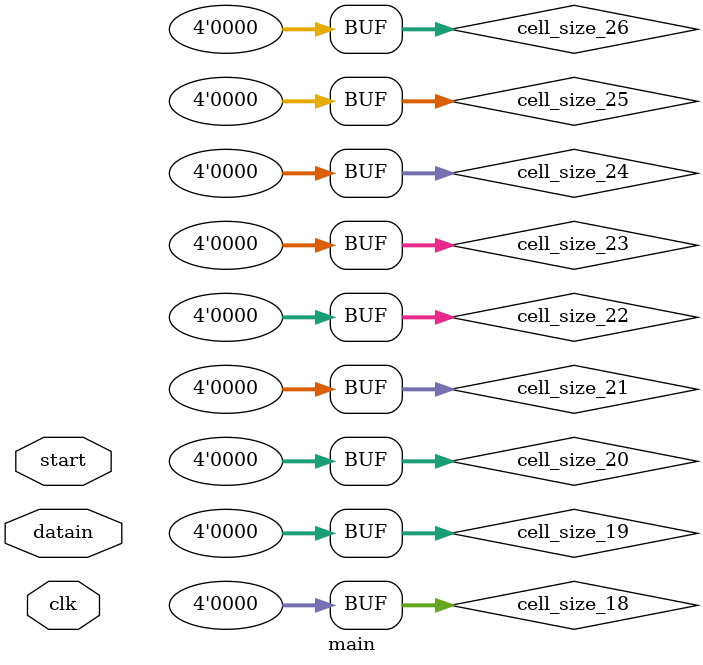
<source format=v>
`timescale 1ns / 1ps
module main
#(parameter WIDHT = 180, //sizes of input picture in pixels
HEIGTH = 350,
CELLS = 1296, 

RAD = 2, //haar radius

TRESHOLD = 52) //theshold for Haar B element to detect points of interest
(
input clk, //signal from clock generator
input [7:0] datain, //data from microcontroller: 8 bits per channel, 3 channels per pixel, no spaces, no parity
input start //signal to synchronise microcontroller and FPGA 
   );
	
	//that was a testing program that flashed led at FPGA board at 1HZ - just to check whether it is alive
	/*
	reg[9:0] counter1 = 10'b0;
	reg drive2 = 1'b0;
	always @(posedge clk) begin
		if(counter1 == 999)begin
			drive2 <= 1;
			counter1 <= 0;
		end
		else begin
			counter1 <= counter1 + 1;
			drive2 <= 0;
		end
	end//always
	
	reg[9:0] counter2 = 10'b0;
	reg drive3 = 1'b0;
	always @(posedge clk) begin
		if(drive2 == 1) begin
			if(counter2 == 999) begin
				drive3 <= 1;
				counter2 <= 0;
			end
			else begin
				counter2 <= counter2 + 1;
				drive3 <= 0;
			end
		end//if
	end//always
	
	reg [5:0] counter3 = 6'b0;
	always @(posedge clk) begin
		if(drive3 == 1) begin
			if(counter3 == 49) begin
				counter3 <= 0;
				led <= !led;
			end
			else counter3 <= counter3 + 1;
		end//if
	end//always
	*/
	
	parameter WAIT = 1'b0;
	parameter ALGORITHM = 1'b1;
	reg state = WAIT;
	
	
	//1-clk-long signal finish
	reg finish1 = 1'b0;
	reg finish2 = 1'b0;
	always @(posedge clk) finish2 <= ~finish1;
	wire finish;
	assign finish = finish1 & finish2;
	
	always @(posedge clk) begin
		case (state)
			WAIT:
				if (start) state <= ALGORITHM;
				else state <= state;
				
			ALGORITHM:
				if (finish) state <= WAIT;
				else state <= state;
				
		endcase
	end//always
	
	//-------INPUT DATA COMPRESSION-------//
	
	//registers to store channels of current pixel incoming:
	reg [7:0] current_R;
	reg [7:0] current_G;
	reg [7:0] current_B;
	
	//register to store median value of channels:
	reg [7:0] saturation = 8'b0;
	
	//counter to remember which channel is at input now:
	reg [1:0] c = 2'b0;
	
	
	//datain is coming as RGBRGBRGBRGB..., therefore, each clk cycle register to store input data should be changed
	//That process is controlled by	[1:0]c counter
	always @(posedge clk) begin
		if(state == ALGORITHM) begin
			if (c==0) begin
				saturation <= (current_R + current_G + current_B)/4;
				current_R <= datain;
				c <= 1;
			end
			else if (c==1) begin
				current_G <= datain;
				c <= 2;
			end
			else if (c==2) begin
				current_B = datain;
				c <= 0;
			end
		end//if
		else c <= 0;
	end//always
	
	//-------DATA SAVING-------//
	
	//two-dimentional arrays for rows of pixels
	reg [7:0] row_1 [0:WIDHT-1]; //due to the very limited capacity of the chip,
	reg [7:0] row_2 [0:WIDHT-1]; //only several rows of incoming picture is being stored.
	reg [7:0] row_3 [0:WIDHT-1]; //While row 1 is being filled with data, previous rows 2-6
	reg [7:0] row_4 [0:WIDHT-1]; //are used in analysing algorithm
	reg [7:0] row_5 [0:WIDHT-1];
	reg [7:0] row_6 [0:WIDHT-1];
	
	reg [9:0] num = 10'b0; //current position in a row (i.e. column) is stored in this register
	reg [9:0] row_cnt = 10'b0;//current number of row
	
	reg h = 1'b0; //signal to start next part of the algorithm (haar wavelet)
	
	always @(posedge clk) begin
		if (c==2) begin //once per 3 clk cycles, i.e. once per pixel
			row_1 [num] <= saturation; //value of current pixel is stored
			if (num == WIDHT-1) begin //when the end of the row is reached, 
											//all stored data shifts (row4 is eliminated, row3 is rewrited to row4, 
											//row2 to row3 and so on), and fresh and empty row1 is ready to store new incoming data
				num <= 0;
				row_cnt <= row_cnt + 1;
				
				//two dimentional arrays can't be directly assigned to each other, so here is a loooong assingment description
				row_6 [0] <= row_5 [0];
				row_6 [1] <= row_5 [1];
				row_6 [2] <= row_5 [2];
				row_6 [3] <= row_5 [3];
				row_6 [4] <= row_5 [4];
				row_6 [5] <= row_5 [5];
				row_6 [6] <= row_5 [6];
				row_6 [7] <= row_5 [7];
				row_6 [8] <= row_5 [8];
				row_6 [9] <= row_5 [9];
				row_6 [10] <= row_5 [10];
				row_6 [11] <= row_5 [11];
				row_6 [12] <= row_5 [12];
				row_6 [13] <= row_5 [13];
				row_6 [14] <= row_5 [14];
				row_6 [15] <= row_5 [15];
				row_6 [16] <= row_5 [16];
				row_6 [17] <= row_5 [17];
				row_6 [18] <= row_5 [18];
				row_6 [19] <= row_5 [19];
				row_6 [20] <= row_5 [20];
				row_6 [21] <= row_5 [21];
				row_6 [22] <= row_5 [22];
				row_6 [23] <= row_5 [23];
				row_6 [24] <= row_5 [24];
				row_6 [25] <= row_5 [25];
				row_6 [26] <= row_5 [26];
				row_6 [27] <= row_5 [27];
				row_6 [28] <= row_5 [28];
				row_6 [29] <= row_5 [29];
				row_6 [30] <= row_5 [30];
				row_6 [31] <= row_5 [31];
				row_6 [32] <= row_5 [32];
				row_6 [33] <= row_5 [33];
				row_6 [34] <= row_5 [34];
				row_6 [35] <= row_5 [35];
				row_6 [36] <= row_5 [36];
				row_6 [37] <= row_5 [37];
				row_6 [38] <= row_5 [38];
				row_6 [39] <= row_5 [39];
				row_6 [40] <= row_5 [40];
				row_6 [41] <= row_5 [41];
				row_6 [42] <= row_5 [42];
				row_6 [43] <= row_5 [43];
				row_6 [44] <= row_5 [44];
				row_6 [45] <= row_5 [45];
				row_6 [46] <= row_5 [46];
				row_6 [47] <= row_5 [47];
				row_6 [48] <= row_5 [48];
				row_6 [49] <= row_5 [49];
				row_6 [50] <= row_5 [50];
				row_6 [51] <= row_5 [51];
				row_6 [52] <= row_5 [52];
				row_6 [53] <= row_5 [53];
				row_6 [54] <= row_5 [54];
				row_6 [55] <= row_5 [55];
				row_6 [56] <= row_5 [56];
				row_6 [57] <= row_5 [57];
				row_6 [58] <= row_5 [58];
				row_6 [59] <= row_5 [59];
				row_6 [60] <= row_5 [60];
				row_6 [61] <= row_5 [61];
				row_6 [62] <= row_5 [62];
				row_6 [63] <= row_5 [63];
				row_6 [64] <= row_5 [64];
				row_6 [65] <= row_5 [65];
				row_6 [66] <= row_5 [66];
				row_6 [67] <= row_5 [67];
				row_6 [68] <= row_5 [68];
				row_6 [69] <= row_5 [69];
				row_6 [70] <= row_5 [70];
				row_6 [71] <= row_5 [71];
				row_6 [72] <= row_5 [72];
				row_6 [73] <= row_5 [73];
				row_6 [74] <= row_5 [74];
				row_6 [75] <= row_5 [75];
				row_6 [76] <= row_5 [76];
				row_6 [77] <= row_5 [77];
				row_6 [78] <= row_5 [78];
				row_6 [79] <= row_5 [79];
				row_6 [80] <= row_5 [80];
				row_6 [81] <= row_5 [81];
				row_6 [82] <= row_5 [82];
				row_6 [83] <= row_5 [83];
				row_6 [84] <= row_5 [84];
				row_6 [85] <= row_5 [85];
				row_6 [86] <= row_5 [86];
				row_6 [87] <= row_5 [87];
				row_6 [88] <= row_5 [88];
				row_6 [89] <= row_5 [89];
				row_6 [90] <= row_5 [90];
				row_6 [91] <= row_5 [91];
				row_6 [92] <= row_5 [92];
				row_6 [93] <= row_5 [93];
				row_6 [94] <= row_5 [94];
				row_6 [95] <= row_5 [95];
				row_6 [96] <= row_5 [96];
				row_6 [97] <= row_5 [97];
				row_6 [98] <= row_5 [98];
				row_6 [99] <= row_5 [99];
				row_6 [100] <= row_5 [100];
				row_6 [101] <= row_5 [101];
				row_6 [102] <= row_5 [102];
				row_6 [103] <= row_5 [103];
				row_6 [104] <= row_5 [104];
				row_6 [105] <= row_5 [105];
				row_6 [106] <= row_5 [106];
				row_6 [107] <= row_5 [107];
				row_6 [108] <= row_5 [108];
				row_6 [109] <= row_5 [109];
				row_6 [110] <= row_5 [110];
				row_6 [111] <= row_5 [111];
				row_6 [112] <= row_5 [112];
				row_6 [113] <= row_5 [113];
				row_6 [114] <= row_5 [114];
				row_6 [115] <= row_5 [115];
				row_6 [116] <= row_5 [116];
				row_6 [117] <= row_5 [117];
				row_6 [118] <= row_5 [118];
				row_6 [119] <= row_5 [119];
				row_6 [120] <= row_5 [120];
				row_6 [121] <= row_5 [121];
				row_6 [122] <= row_5 [122];
				row_6 [123] <= row_5 [123];
				row_6 [124] <= row_5 [124];
				row_6 [125] <= row_5 [125];
				row_6 [126] <= row_5 [126];
				row_6 [127] <= row_5 [127];
				row_6 [128] <= row_5 [128];
				row_6 [129] <= row_5 [129];
				row_6 [130] <= row_5 [130];
				row_6 [131] <= row_5 [131];
				row_6 [132] <= row_5 [132];
				row_6 [133] <= row_5 [133];
				row_6 [134] <= row_5 [134];
				row_6 [135] <= row_5 [135];
				row_6 [136] <= row_5 [136];
				row_6 [137] <= row_5 [137];
				row_6 [138] <= row_5 [138];
				row_6 [139] <= row_5 [139];
				row_6 [140] <= row_5 [140];
				row_6 [141] <= row_5 [141];
				row_6 [142] <= row_5 [142];
				row_6 [143] <= row_5 [143];
				row_6 [144] <= row_5 [144];
				row_6 [145] <= row_5 [145];
				row_6 [146] <= row_5 [146];
				row_6 [147] <= row_5 [147];
				row_6 [148] <= row_5 [148];
				row_6 [149] <= row_5 [149];
				row_6 [150] <= row_5 [150];
				row_6 [151] <= row_5 [151];
				row_6 [152] <= row_5 [152];
				row_6 [153] <= row_5 [153];
				row_6 [154] <= row_5 [154];
				row_6 [155] <= row_5 [155];
				row_6 [156] <= row_5 [156];
				row_6 [157] <= row_5 [157];
				row_6 [158] <= row_5 [158];
				row_6 [159] <= row_5 [159];
				row_6 [160] <= row_5 [160];
				row_6 [161] <= row_5 [161];
				row_6 [162] <= row_5 [162];
				row_6 [163] <= row_5 [163];
				row_6 [164] <= row_5 [164];
				row_6 [165] <= row_5 [165];
				row_6 [166] <= row_5 [166];
				row_6 [167] <= row_5 [167];
				row_6 [168] <= row_5 [168];
				row_6 [169] <= row_5 [169];
				row_6 [170] <= row_5 [170];
				row_6 [171] <= row_5 [171];
				row_6 [172] <= row_5 [172];
				row_6 [173] <= row_5 [173];
				row_6 [174] <= row_5 [174];
				row_6 [175] <= row_5 [175];
				row_6 [176] <= row_5 [176];
				row_6 [177] <= row_5 [177];
				row_6 [178] <= row_5 [178];
				row_6 [179] <= row_5 [179];
				
				row_5 [0] <= row_4 [0];
				row_5 [1] <= row_4 [1];
				row_5 [2] <= row_4 [2];
				row_5 [3] <= row_4 [3];
				row_5 [4] <= row_4 [4];
				row_5 [5] <= row_4 [5];
				row_5 [6] <= row_4 [6];
				row_5 [7] <= row_4 [7];
				row_5 [8] <= row_4 [8];
				row_5 [9] <= row_4 [9];
				row_5 [10] <= row_4 [10];
				row_5 [11] <= row_4 [11];
				row_5 [12] <= row_4 [12];
				row_5 [13] <= row_4 [13];
				row_5 [14] <= row_4 [14];
				row_5 [15] <= row_4 [15];
				row_5 [16] <= row_4 [16];
				row_5 [17] <= row_4 [17];
				row_5 [18] <= row_4 [18];
				row_5 [19] <= row_4 [19];
				row_5 [20] <= row_4 [20];
				row_5 [21] <= row_4 [21];
				row_5 [22] <= row_4 [22];
				row_5 [23] <= row_4 [23];
				row_5 [24] <= row_4 [24];
				row_5 [25] <= row_4 [25];
				row_5 [26] <= row_4 [26];
				row_5 [27] <= row_4 [27];
				row_5 [28] <= row_4 [28];
				row_5 [29] <= row_4 [29];
				row_5 [30] <= row_4 [30];
				row_5 [31] <= row_4 [31];
				row_5 [32] <= row_4 [32];
				row_5 [33] <= row_4 [33];
				row_5 [34] <= row_4 [34];
				row_5 [35] <= row_4 [35];
				row_5 [36] <= row_4 [36];
				row_5 [37] <= row_4 [37];
				row_5 [38] <= row_4 [38];
				row_5 [39] <= row_4 [39];
				row_5 [40] <= row_4 [40];
				row_5 [41] <= row_4 [41];
				row_5 [42] <= row_4 [42];
				row_5 [43] <= row_4 [43];
				row_5 [44] <= row_4 [44];
				row_5 [45] <= row_4 [45];
				row_5 [46] <= row_4 [46];
				row_5 [47] <= row_4 [47];
				row_5 [48] <= row_4 [48];
				row_5 [49] <= row_4 [49];
				row_5 [50] <= row_4 [50];
				row_5 [51] <= row_4 [51];
				row_5 [52] <= row_4 [52];
				row_5 [53] <= row_4 [53];
				row_5 [54] <= row_4 [54];
				row_5 [55] <= row_4 [55];
				row_5 [56] <= row_4 [56];
				row_5 [57] <= row_4 [57];
				row_5 [58] <= row_4 [58];
				row_5 [59] <= row_4 [59];
				row_5 [60] <= row_4 [60];
				row_5 [61] <= row_4 [61];
				row_5 [62] <= row_4 [62];
				row_5 [63] <= row_4 [63];
				row_5 [64] <= row_4 [64];
				row_5 [65] <= row_4 [65];
				row_5 [66] <= row_4 [66];
				row_5 [67] <= row_4 [67];
				row_5 [68] <= row_4 [68];
				row_5 [69] <= row_4 [69];
				row_5 [70] <= row_4 [70];
				row_5 [71] <= row_4 [71];
				row_5 [72] <= row_4 [72];
				row_5 [73] <= row_4 [73];
				row_5 [74] <= row_4 [74];
				row_5 [75] <= row_4 [75];
				row_5 [76] <= row_4 [76];
				row_5 [77] <= row_4 [77];
				row_5 [78] <= row_4 [78];
				row_5 [79] <= row_4 [79];
				row_5 [80] <= row_4 [80];
				row_5 [81] <= row_4 [81];
				row_5 [82] <= row_4 [82];
				row_5 [83] <= row_4 [83];
				row_5 [84] <= row_4 [84];
				row_5 [85] <= row_4 [85];
				row_5 [86] <= row_4 [86];
				row_5 [87] <= row_4 [87];
				row_5 [88] <= row_4 [88];
				row_5 [89] <= row_4 [89];
				row_5 [90] <= row_4 [90];
				row_5 [91] <= row_4 [91];
				row_5 [92] <= row_4 [92];
				row_5 [93] <= row_4 [93];
				row_5 [94] <= row_4 [94];
				row_5 [95] <= row_4 [95];
				row_5 [96] <= row_4 [96];
				row_5 [97] <= row_4 [97];
				row_5 [98] <= row_4 [98];
				row_5 [99] <= row_4 [99];
				row_5 [100] <= row_4 [100];
				row_5 [101] <= row_4 [101];
				row_5 [102] <= row_4 [102];
				row_5 [103] <= row_4 [103];
				row_5 [104] <= row_4 [104];
				row_5 [105] <= row_4 [105];
				row_5 [106] <= row_4 [106];
				row_5 [107] <= row_4 [107];
				row_5 [108] <= row_4 [108];
				row_5 [109] <= row_4 [109];
				row_5 [110] <= row_4 [110];
				row_5 [111] <= row_4 [111];
				row_5 [112] <= row_4 [112];
				row_5 [113] <= row_4 [113];
				row_5 [114] <= row_4 [114];
				row_5 [115] <= row_4 [115];
				row_5 [116] <= row_4 [116];
				row_5 [117] <= row_4 [117];
				row_5 [118] <= row_4 [118];
				row_5 [119] <= row_4 [119];
				row_5 [120] <= row_4 [120];
				row_5 [121] <= row_4 [121];
				row_5 [122] <= row_4 [122];
				row_5 [123] <= row_4 [123];
				row_5 [124] <= row_4 [124];
				row_5 [125] <= row_4 [125];
				row_5 [126] <= row_4 [126];
				row_5 [127] <= row_4 [127];
				row_5 [128] <= row_4 [128];
				row_5 [129] <= row_4 [129];
				row_5 [130] <= row_4 [130];
				row_5 [131] <= row_4 [131];
				row_5 [132] <= row_4 [132];
				row_5 [133] <= row_4 [133];
				row_5 [134] <= row_4 [134];
				row_5 [135] <= row_4 [135];
				row_5 [136] <= row_4 [136];
				row_5 [137] <= row_4 [137];
				row_5 [138] <= row_4 [138];
				row_5 [139] <= row_4 [139];
				row_5 [140] <= row_4 [140];
				row_5 [141] <= row_4 [141];
				row_5 [142] <= row_4 [142];
				row_5 [143] <= row_4 [143];
				row_5 [144] <= row_4 [144];
				row_5 [145] <= row_4 [145];
				row_5 [146] <= row_4 [146];
				row_5 [147] <= row_4 [147];
				row_5 [148] <= row_4 [148];
				row_5 [149] <= row_4 [149];
				row_5 [150] <= row_4 [150];
				row_5 [151] <= row_4 [151];
				row_5 [152] <= row_4 [152];
				row_5 [153] <= row_4 [153];
				row_5 [154] <= row_4 [154];
				row_5 [155] <= row_4 [155];
				row_5 [156] <= row_4 [156];
				row_5 [157] <= row_4 [157];
				row_5 [158] <= row_4 [158];
				row_5 [159] <= row_4 [159];
				row_5 [160] <= row_4 [160];
				row_5 [161] <= row_4 [161];
				row_5 [162] <= row_4 [162];
				row_5 [163] <= row_4 [163];
				row_5 [164] <= row_4 [164];
				row_5 [165] <= row_4 [165];
				row_5 [166] <= row_4 [166];
				row_5 [167] <= row_4 [167];
				row_5 [168] <= row_4 [168];
				row_5 [169] <= row_4 [169];
				row_5 [170] <= row_4 [170];
				row_5 [171] <= row_4 [171];
				row_5 [172] <= row_4 [172];
				row_5 [173] <= row_4 [173];
				row_5 [174] <= row_4 [174];
				row_5 [175] <= row_4 [175];
				row_5 [176] <= row_4 [176];
				row_5 [177] <= row_4 [177];
				row_5 [178] <= row_4 [178];
				row_5 [179] <= row_4 [179];
				
				row_4 [0] <= row_3 [0];
				row_4 [1] <= row_3 [1];
				row_4 [2] <= row_3 [2];
				row_4 [3] <= row_3 [3];
				row_4 [4] <= row_3 [4];
				row_4 [5] <= row_3 [5];
				row_4 [6] <= row_3 [6];
				row_4 [7] <= row_3 [7];
				row_4 [8] <= row_3 [8];
				row_4 [9] <= row_3 [9];
				row_4 [10] <= row_3 [10];
				row_4 [11] <= row_3 [11];
				row_4 [12] <= row_3 [12];
				row_4 [13] <= row_3 [13];
				row_4 [14] <= row_3 [14];
				row_4 [15] <= row_3 [15];
				row_4 [16] <= row_3 [16];
				row_4 [17] <= row_3 [17];
				row_4 [18] <= row_3 [18];
				row_4 [19] <= row_3 [19];
				row_4 [20] <= row_3 [20];
				row_4 [21] <= row_3 [21];
				row_4 [22] <= row_3 [22];
				row_4 [23] <= row_3 [23];
				row_4 [24] <= row_3 [24];
				row_4 [25] <= row_3 [25];
				row_4 [26] <= row_3 [26];
				row_4 [27] <= row_3 [27];
				row_4 [28] <= row_3 [28];
				row_4 [29] <= row_3 [29];
				row_4 [30] <= row_3 [30];
				row_4 [31] <= row_3 [31];
				row_4 [32] <= row_3 [32];
				row_4 [33] <= row_3 [33];
				row_4 [34] <= row_3 [34];
				row_4 [35] <= row_3 [35];
				row_4 [36] <= row_3 [36];
				row_4 [37] <= row_3 [37];
				row_4 [38] <= row_3 [38];
				row_4 [39] <= row_3 [39];
				row_4 [40] <= row_3 [40];
				row_4 [41] <= row_3 [41];
				row_4 [42] <= row_3 [42];
				row_4 [43] <= row_3 [43];
				row_4 [44] <= row_3 [44];
				row_4 [45] <= row_3 [45];
				row_4 [46] <= row_3 [46];
				row_4 [47] <= row_3 [47];
				row_4 [48] <= row_3 [48];
				row_4 [49] <= row_3 [49];
				row_4 [50] <= row_3 [50];
				row_4 [51] <= row_3 [51];
				row_4 [52] <= row_3 [52];
				row_4 [53] <= row_3 [53];
				row_4 [54] <= row_3 [54];
				row_4 [55] <= row_3 [55];
				row_4 [56] <= row_3 [56];
				row_4 [57] <= row_3 [57];
				row_4 [58] <= row_3 [58];
				row_4 [59] <= row_3 [59];
				row_4 [60] <= row_3 [60];
				row_4 [61] <= row_3 [61];
				row_4 [62] <= row_3 [62];
				row_4 [63] <= row_3 [63];
				row_4 [64] <= row_3 [64];
				row_4 [65] <= row_3 [65];
				row_4 [66] <= row_3 [66];
				row_4 [67] <= row_3 [67];
				row_4 [68] <= row_3 [68];
				row_4 [69] <= row_3 [69];
				row_4 [70] <= row_3 [70];
				row_4 [71] <= row_3 [71];
				row_4 [72] <= row_3 [72];
				row_4 [73] <= row_3 [73];
				row_4 [74] <= row_3 [74];
				row_4 [75] <= row_3 [75];
				row_4 [76] <= row_3 [76];
				row_4 [77] <= row_3 [77];
				row_4 [78] <= row_3 [78];
				row_4 [79] <= row_3 [79];
				row_4 [80] <= row_3 [80];
				row_4 [81] <= row_3 [81];
				row_4 [82] <= row_3 [82];
				row_4 [83] <= row_3 [83];
				row_4 [84] <= row_3 [84];
				row_4 [85] <= row_3 [85];
				row_4 [86] <= row_3 [86];
				row_4 [87] <= row_3 [87];
				row_4 [88] <= row_3 [88];
				row_4 [89] <= row_3 [89];
				row_4 [90] <= row_3 [90];
				row_4 [91] <= row_3 [91];
				row_4 [92] <= row_3 [92];
				row_4 [93] <= row_3 [93];
				row_4 [94] <= row_3 [94];
				row_4 [95] <= row_3 [95];
				row_4 [96] <= row_3 [96];
				row_4 [97] <= row_3 [97];
				row_4 [98] <= row_3 [98];
				row_4 [99] <= row_3 [99];
				row_4 [100] <= row_3 [100];
				row_4 [101] <= row_3 [101];
				row_4 [102] <= row_3 [102];
				row_4 [103] <= row_3 [103];
				row_4 [104] <= row_3 [104];
				row_4 [105] <= row_3 [105];
				row_4 [106] <= row_3 [106];
				row_4 [107] <= row_3 [107];
				row_4 [108] <= row_3 [108];
				row_4 [109] <= row_3 [109];
				row_4 [110] <= row_3 [110];
				row_4 [111] <= row_3 [111];
				row_4 [112] <= row_3 [112];
				row_4 [113] <= row_3 [113];
				row_4 [114] <= row_3 [114];
				row_4 [115] <= row_3 [115];
				row_4 [116] <= row_3 [116];
				row_4 [117] <= row_3 [117];
				row_4 [118] <= row_3 [118];
				row_4 [119] <= row_3 [119];
				row_4 [120] <= row_3 [120];
				row_4 [121] <= row_3 [121];
				row_4 [122] <= row_3 [122];
				row_4 [123] <= row_3 [123];
				row_4 [124] <= row_3 [124];
				row_4 [125] <= row_3 [125];
				row_4 [126] <= row_3 [126];
				row_4 [127] <= row_3 [127];
				row_4 [128] <= row_3 [128];
				row_4 [129] <= row_3 [129];
				row_4 [130] <= row_3 [130];
				row_4 [131] <= row_3 [131];
				row_4 [132] <= row_3 [132];
				row_4 [133] <= row_3 [133];
				row_4 [134] <= row_3 [134];
				row_4 [135] <= row_3 [135];
				row_4 [136] <= row_3 [136];
				row_4 [137] <= row_3 [137];
				row_4 [138] <= row_3 [138];
				row_4 [139] <= row_3 [139];
				row_4 [140] <= row_3 [140];
				row_4 [141] <= row_3 [141];
				row_4 [142] <= row_3 [142];
				row_4 [143] <= row_3 [143];
				row_4 [144] <= row_3 [144];
				row_4 [145] <= row_3 [145];
				row_4 [146] <= row_3 [146];
				row_4 [147] <= row_3 [147];
				row_4 [148] <= row_3 [148];
				row_4 [149] <= row_3 [149];
				row_4 [150] <= row_3 [150];
				row_4 [151] <= row_3 [151];
				row_4 [152] <= row_3 [152];
				row_4 [153] <= row_3 [153];
				row_4 [154] <= row_3 [154];
				row_4 [155] <= row_3 [155];
				row_4 [156] <= row_3 [156];
				row_4 [157] <= row_3 [157];
				row_4 [158] <= row_3 [158];
				row_4 [159] <= row_3 [159];
				row_4 [160] <= row_3 [160];
				row_4 [161] <= row_3 [161];
				row_4 [162] <= row_3 [162];
				row_4 [163] <= row_3 [163];
				row_4 [164] <= row_3 [164];
				row_4 [165] <= row_3 [165];
				row_4 [166] <= row_3 [166];
				row_4 [167] <= row_3 [167];
				row_4 [168] <= row_3 [168];
				row_4 [169] <= row_3 [169];
				row_4 [170] <= row_3 [170];
				row_4 [171] <= row_3 [171];
				row_4 [172] <= row_3 [172];
				row_4 [173] <= row_3 [173];
				row_4 [174] <= row_3 [174];
				row_4 [175] <= row_3 [175];
				row_4 [176] <= row_3 [176];
				row_4 [177] <= row_3 [177];
				row_4 [178] <= row_3 [178];
				row_4 [179] <= row_3 [179];
				
				row_3 [0] <= row_2 [0];
				row_3 [1] <= row_2 [1];
				row_3 [2] <= row_2 [2];
				row_3 [3] <= row_2 [3];
				row_3 [4] <= row_2 [4];
				row_3 [5] <= row_2 [5];
				row_3 [6] <= row_2 [6];
				row_3 [7] <= row_2 [7];
				row_3 [8] <= row_2 [8];
				row_3 [9] <= row_2 [9];
				row_3 [10] <= row_2 [10];
				row_3 [11] <= row_2 [11];
				row_3 [12] <= row_2 [12];
				row_3 [13] <= row_2 [13];
				row_3 [14] <= row_2 [14];
				row_3 [15] <= row_2 [15];
				row_3 [16] <= row_2 [16];
				row_3 [17] <= row_2 [17];
				row_3 [18] <= row_2 [18];
				row_3 [19] <= row_2 [19];
				row_3 [20] <= row_2 [20];
				row_3 [21] <= row_2 [21];
				row_3 [22] <= row_2 [22];
				row_3 [23] <= row_2 [23];
				row_3 [24] <= row_2 [24];
				row_3 [25] <= row_2 [25];
				row_3 [26] <= row_2 [26];
				row_3 [27] <= row_2 [27];
				row_3 [28] <= row_2 [28];
				row_3 [29] <= row_2 [29];
				row_3 [30] <= row_2 [30];
				row_3 [31] <= row_2 [31];
				row_3 [32] <= row_2 [32];
				row_3 [33] <= row_2 [33];
				row_3 [34] <= row_2 [34];
				row_3 [35] <= row_2 [35];
				row_3 [36] <= row_2 [36];
				row_3 [37] <= row_2 [37];
				row_3 [38] <= row_2 [38];
				row_3 [39] <= row_2 [39];
				row_3 [40] <= row_2 [40];
				row_3 [41] <= row_2 [41];
				row_3 [42] <= row_2 [42];
				row_3 [43] <= row_2 [43];
				row_3 [44] <= row_2 [44];
				row_3 [45] <= row_2 [45];
				row_3 [46] <= row_2 [46];
				row_3 [47] <= row_2 [47];
				row_3 [48] <= row_2 [48];
				row_3 [49] <= row_2 [49];
				row_3 [50] <= row_2 [50];
				row_3 [51] <= row_2 [51];
				row_3 [52] <= row_2 [52];
				row_3 [53] <= row_2 [53];
				row_3 [54] <= row_2 [54];
				row_3 [55] <= row_2 [55];
				row_3 [56] <= row_2 [56];
				row_3 [57] <= row_2 [57];
				row_3 [58] <= row_2 [58];
				row_3 [59] <= row_2 [59];
				row_3 [60] <= row_2 [60];
				row_3 [61] <= row_2 [61];
				row_3 [62] <= row_2 [62];
				row_3 [63] <= row_2 [63];
				row_3 [64] <= row_2 [64];
				row_3 [65] <= row_2 [65];
				row_3 [66] <= row_2 [66];
				row_3 [67] <= row_2 [67];
				row_3 [68] <= row_2 [68];
				row_3 [69] <= row_2 [69];
				row_3 [70] <= row_2 [70];
				row_3 [71] <= row_2 [71];
				row_3 [72] <= row_2 [72];
				row_3 [73] <= row_2 [73];
				row_3 [74] <= row_2 [74];
				row_3 [75] <= row_2 [75];
				row_3 [76] <= row_2 [76];
				row_3 [77] <= row_2 [77];
				row_3 [78] <= row_2 [78];
				row_3 [79] <= row_2 [79];
				row_3 [80] <= row_2 [80];
				row_3 [81] <= row_2 [81];
				row_3 [82] <= row_2 [82];
				row_3 [83] <= row_2 [83];
				row_3 [84] <= row_2 [84];
				row_3 [85] <= row_2 [85];
				row_3 [86] <= row_2 [86];
				row_3 [87] <= row_2 [87];
				row_3 [88] <= row_2 [88];
				row_3 [89] <= row_2 [89];
				row_3 [90] <= row_2 [90];
				row_3 [91] <= row_2 [91];
				row_3 [92] <= row_2 [92];
				row_3 [93] <= row_2 [93];
				row_3 [94] <= row_2 [94];
				row_3 [95] <= row_2 [95];
				row_3 [96] <= row_2 [96];
				row_3 [97] <= row_2 [97];
				row_3 [98] <= row_2 [98];
				row_3 [99] <= row_2 [99];
				row_3 [100] <= row_2 [100];
				row_3 [101] <= row_2 [101];
				row_3 [102] <= row_2 [102];
				row_3 [103] <= row_2 [103];
				row_3 [104] <= row_2 [104];
				row_3 [105] <= row_2 [105];
				row_3 [106] <= row_2 [106];
				row_3 [107] <= row_2 [107];
				row_3 [108] <= row_2 [108];
				row_3 [109] <= row_2 [109];
				row_3 [110] <= row_2 [110];
				row_3 [111] <= row_2 [111];
				row_3 [112] <= row_2 [112];
				row_3 [113] <= row_2 [113];
				row_3 [114] <= row_2 [114];
				row_3 [115] <= row_2 [115];
				row_3 [116] <= row_2 [116];
				row_3 [117] <= row_2 [117];
				row_3 [118] <= row_2 [118];
				row_3 [119] <= row_2 [119];
				row_3 [120] <= row_2 [120];
				row_3 [121] <= row_2 [121];
				row_3 [122] <= row_2 [122];
				row_3 [123] <= row_2 [123];
				row_3 [124] <= row_2 [124];
				row_3 [125] <= row_2 [125];
				row_3 [126] <= row_2 [126];
				row_3 [127] <= row_2 [127];
				row_3 [128] <= row_2 [128];
				row_3 [129] <= row_2 [129];
				row_3 [130] <= row_2 [130];
				row_3 [131] <= row_2 [131];
				row_3 [132] <= row_2 [132];
				row_3 [133] <= row_2 [133];
				row_3 [134] <= row_2 [134];
				row_3 [135] <= row_2 [135];
				row_3 [136] <= row_2 [136];
				row_3 [137] <= row_2 [137];
				row_3 [138] <= row_2 [138];
				row_3 [139] <= row_2 [139];
				row_3 [140] <= row_2 [140];
				row_3 [141] <= row_2 [141];
				row_3 [142] <= row_2 [142];
				row_3 [143] <= row_2 [143];
				row_3 [144] <= row_2 [144];
				row_3 [145] <= row_2 [145];
				row_3 [146] <= row_2 [146];
				row_3 [147] <= row_2 [147];
				row_3 [148] <= row_2 [148];
				row_3 [149] <= row_2 [149];
				row_3 [150] <= row_2 [150];
				row_3 [151] <= row_2 [151];
				row_3 [152] <= row_2 [152];
				row_3 [153] <= row_2 [153];
				row_3 [154] <= row_2 [154];
				row_3 [155] <= row_2 [155];
				row_3 [156] <= row_2 [156];
				row_3 [157] <= row_2 [157];
				row_3 [158] <= row_2 [158];
				row_3 [159] <= row_2 [159];
				row_3 [160] <= row_2 [160];
				row_3 [161] <= row_2 [161];
				row_3 [162] <= row_2 [162];
				row_3 [163] <= row_2 [163];
				row_3 [164] <= row_2 [164];
				row_3 [165] <= row_2 [165];
				row_3 [166] <= row_2 [166];
				row_3 [167] <= row_2 [167];
				row_3 [168] <= row_2 [168];
				row_3 [169] <= row_2 [169];
				row_3 [170] <= row_2 [170];
				row_3 [171] <= row_2 [171];
				row_3 [172] <= row_2 [172];
				row_3 [173] <= row_2 [173];
				row_3 [174] <= row_2 [174];
				row_3 [175] <= row_2 [175];
				row_3 [176] <= row_2 [176];
				row_3 [177] <= row_2 [177];
				row_3 [178] <= row_2 [178];
				row_3 [179] <= row_2 [179];
				
				row_2 [0] <= row_1 [0];
				row_2 [1] <= row_1 [1];
				row_2 [2] <= row_1 [2];
				row_2 [3] <= row_1 [3];
				row_2 [4] <= row_1 [4];
				row_2 [5] <= row_1 [5];
				row_2 [6] <= row_1 [6];
				row_2 [7] <= row_1 [7];
				row_2 [8] <= row_1 [8];
				row_2 [9] <= row_1 [9];
				row_2 [10] <= row_1 [10];
				row_2 [11] <= row_1 [11];
				row_2 [12] <= row_1 [12];
				row_2 [13] <= row_1 [13];
				row_2 [14] <= row_1 [14];
				row_2 [15] <= row_1 [15];
				row_2 [16] <= row_1 [16];
				row_2 [17] <= row_1 [17];
				row_2 [18] <= row_1 [18];
				row_2 [19] <= row_1 [19];
				row_2 [20] <= row_1 [20];
				row_2 [21] <= row_1 [21];
				row_2 [22] <= row_1 [22];
				row_2 [23] <= row_1 [23];
				row_2 [24] <= row_1 [24];
				row_2 [25] <= row_1 [25];
				row_2 [26] <= row_1 [26];
				row_2 [27] <= row_1 [27];
				row_2 [28] <= row_1 [28];
				row_2 [29] <= row_1 [29];
				row_2 [30] <= row_1 [30];
				row_2 [31] <= row_1 [31];
				row_2 [32] <= row_1 [32];
				row_2 [33] <= row_1 [33];
				row_2 [34] <= row_1 [34];
				row_2 [35] <= row_1 [35];
				row_2 [36] <= row_1 [36];
				row_2 [37] <= row_1 [37];
				row_2 [38] <= row_1 [38];
				row_2 [39] <= row_1 [39];
				row_2 [40] <= row_1 [40];
				row_2 [41] <= row_1 [41];
				row_2 [42] <= row_1 [42];
				row_2 [43] <= row_1 [43];
				row_2 [44] <= row_1 [44];
				row_2 [45] <= row_1 [45];
				row_2 [46] <= row_1 [46];
				row_2 [47] <= row_1 [47];
				row_2 [48] <= row_1 [48];
				row_2 [49] <= row_1 [49];
				row_2 [50] <= row_1 [50];
				row_2 [51] <= row_1 [51];
				row_2 [52] <= row_1 [52];
				row_2 [53] <= row_1 [53];
				row_2 [54] <= row_1 [54];
				row_2 [55] <= row_1 [55];
				row_2 [56] <= row_1 [56];
				row_2 [57] <= row_1 [57];
				row_2 [58] <= row_1 [58];
				row_2 [59] <= row_1 [59];
				row_2 [60] <= row_1 [60];
				row_2 [61] <= row_1 [61];
				row_2 [62] <= row_1 [62];
				row_2 [63] <= row_1 [63];
				row_2 [64] <= row_1 [64];
				row_2 [65] <= row_1 [65];
				row_2 [66] <= row_1 [66];
				row_2 [67] <= row_1 [67];
				row_2 [68] <= row_1 [68];
				row_2 [69] <= row_1 [69];
				row_2 [70] <= row_1 [70];
				row_2 [71] <= row_1 [71];
				row_2 [72] <= row_1 [72];
				row_2 [73] <= row_1 [73];
				row_2 [74] <= row_1 [74];
				row_2 [75] <= row_1 [75];
				row_2 [76] <= row_1 [76];
				row_2 [77] <= row_1 [77];
				row_2 [78] <= row_1 [78];
				row_2 [79] <= row_1 [79];
				row_2 [80] <= row_1 [80];
				row_2 [81] <= row_1 [81];
				row_2 [82] <= row_1 [82];
				row_2 [83] <= row_1 [83];
				row_2 [84] <= row_1 [84];
				row_2 [85] <= row_1 [85];
				row_2 [86] <= row_1 [86];
				row_2 [87] <= row_1 [87];
				row_2 [88] <= row_1 [88];
				row_2 [89] <= row_1 [89];
				row_2 [90] <= row_1 [90];
				row_2 [91] <= row_1 [91];
				row_2 [92] <= row_1 [92];
				row_2 [93] <= row_1 [93];
				row_2 [94] <= row_1 [94];
				row_2 [95] <= row_1 [95];
				row_2 [96] <= row_1 [96];
				row_2 [97] <= row_1 [97];
				row_2 [98] <= row_1 [98];
				row_2 [99] <= row_1 [99];
				row_2 [100] <= row_1 [100];
				row_2 [101] <= row_1 [101];
				row_2 [102] <= row_1 [102];
				row_2 [103] <= row_1 [103];
				row_2 [104] <= row_1 [104];
				row_2 [105] <= row_1 [105];
				row_2 [106] <= row_1 [106];
				row_2 [107] <= row_1 [107];
				row_2 [108] <= row_1 [108];
				row_2 [109] <= row_1 [109];
				row_2 [110] <= row_1 [110];
				row_2 [111] <= row_1 [111];
				row_2 [112] <= row_1 [112];
				row_2 [113] <= row_1 [113];
				row_2 [114] <= row_1 [114];
				row_2 [115] <= row_1 [115];
				row_2 [116] <= row_1 [116];
				row_2 [117] <= row_1 [117];
				row_2 [118] <= row_1 [118];
				row_2 [119] <= row_1 [119];
				row_2 [120] <= row_1 [120];
				row_2 [121] <= row_1 [121];
				row_2 [122] <= row_1 [122];
				row_2 [123] <= row_1 [123];
				row_2 [124] <= row_1 [124];
				row_2 [125] <= row_1 [125];
				row_2 [126] <= row_1 [126];
				row_2 [127] <= row_1 [127];
				row_2 [128] <= row_1 [128];
				row_2 [129] <= row_1 [129];
				row_2 [130] <= row_1 [130];
				row_2 [131] <= row_1 [131];
				row_2 [132] <= row_1 [132];
				row_2 [133] <= row_1 [133];
				row_2 [134] <= row_1 [134];
				row_2 [135] <= row_1 [135];
				row_2 [136] <= row_1 [136];
				row_2 [137] <= row_1 [137];
				row_2 [138] <= row_1 [138];
				row_2 [139] <= row_1 [139];
				row_2 [140] <= row_1 [140];
				row_2 [141] <= row_1 [141];
				row_2 [142] <= row_1 [142];
				row_2 [143] <= row_1 [143];
				row_2 [144] <= row_1 [144];
				row_2 [145] <= row_1 [145];
				row_2 [146] <= row_1 [146];
				row_2 [147] <= row_1 [147];
				row_2 [148] <= row_1 [148];
				row_2 [149] <= row_1 [149];
				row_2 [150] <= row_1 [150];
				row_2 [151] <= row_1 [151];
				row_2 [152] <= row_1 [152];
				row_2 [153] <= row_1 [153];
				row_2 [154] <= row_1 [154];
				row_2 [155] <= row_1 [155];
				row_2 [156] <= row_1 [156];
				row_2 [157] <= row_1 [157];
				row_2 [158] <= row_1 [158];
				row_2 [159] <= row_1 [159];
				row_2 [160] <= row_1 [160];
				row_2 [161] <= row_1 [161];
				row_2 [162] <= row_1 [162];
				row_2 [163] <= row_1 [163];
				row_2 [164] <= row_1 [164];
				row_2 [165] <= row_1 [165];
				row_2 [166] <= row_1 [166];
				row_2 [167] <= row_1 [167];
				row_2 [168] <= row_1 [168];
				row_2 [169] <= row_1 [169];
				row_2 [170] <= row_1 [170];
				row_2 [171] <= row_1 [171];
				row_2 [172] <= row_1 [172];
				row_2 [173] <= row_1 [173];
				row_2 [174] <= row_1 [174];
				row_2 [175] <= row_1 [175];
				row_2 [176] <= row_1 [176];
				row_2 [177] <= row_1 [177];
				row_2 [178] <= row_1 [178];
				row_2 [179] <= row_1 [179];
				
				if (row_cnt == HEIGTH + 2) begin //whole image went through analyzer
					finish1 <= 1;
					h <= 0;
					num <= 0;
					row_cnt <= 0;
				end
				else if (row_6[0] > 0) h <= 1; //when rows 2-4 are filled with data, algorithm can start to analyse it
			end
			else begin
				num <= num+1;
				finish1 <= 0;
			end
		end//if
	end//always
	
	//-------DATA ANALYZING-------//
	
	//just for waveform analysing purposes
	//two signals to spot dark and light pixels using simple tresholds
	wire light;
	wire dark;
	assign light = (saturation > 110) ? 1:0;
	assign dark = (saturation <30) ? 1:0;
	
	//Haar function for discrete signal: 
	//for each pair 'current pixel+its neighbour', two values are calculated: 
	//for neighbour to the rignt
	reg [7:0] haar_Ra = 8'b0;
	reg signed [8:0] haar_Rb = 9'b0;
	//for neighbour to the left
	reg [7:0] haar_La = 8'b0;
	reg signed [8:0] haar_Lb = 9'b0;
	//for neighbour up
	reg [7:0] haar_Ua = 8'b0;
	reg signed [8:0] haar_Ub = 9'b0;
	//for neighbour down
	reg [7:0] haar_Ba = 8'b0;
	reg signed [8:0] haar_Bb = 9'b0;
	
	always @(posedge clk) begin
		if (h) begin
			haar_Ra <= (row_4[num] + row_4[num+RAD])/2;
			haar_Rb <= (row_4[num] - row_4[num+RAD])/2;
			haar_La <= (row_4[num] + row_4[num-RAD])/2;
			haar_Lb <= (row_4[num] - row_4[num-RAD])/2;
			haar_Ua <= (row_4[num] + row_2[num])/2;
			haar_Ub <= (row_4[num] - row_2[num])/2;
			haar_Ba <= (row_4[num] + row_6[num])/2;
			haar_Bb <= (row_4[num] - row_6[num])/2;
		end//if h
	end//always
	
	//-------ROW BORDERS SEARCHING-------//
	
	reg cnt_init = 1'b0;//signal to start count number and sizes of cells when border of screen is spotted
	
	//weird connection to swithch berween screen and cells borders searchings
	reg cnt_init_busy = 1'b0;
	//dont even ask
	//but if you do, cnt_init starts cell searching and stops screen borders searching
	//it goes high when screen border found (and  therefore signal cnt_init_1 generated) AND
	//AND cnt_init_busy is not high (_busy indicates that cell searching is going on)
	
	//as a result, screen and cells searchings should go one after another
	
	reg wait_init = 1'b0;
	
	//coordinates of the found row's edge will be stored in these registers:
	reg [10:0] row_h_coords = 11'b0;
	reg [10:0] row_v_coords = 11'b0;
	
	reg [10:0] screen_h = 11'b0; //to store horisontal size of the screen (in pixels)
	wire [11:0] screen_v; //to store vertical size of the screen (in pixels) 
	
	always @(posedge clk) begin
		if (h) begin
			if (c == 2) begin
				if (num < WIDHT/8 && (haar_Ub < -100 || haar_Ub > 100) && cnt_init_busy == 0 && wait_init == 0) begin
					//if the value of Haar B functions for upper neighbour is larger 
					//than treshold, we spotted a start of new row of cells
					wait_init <= 1;
					row_h_coords <= num;
					row_v_coords <= row_cnt - 3;
				end
				//wait for the next row for certainty
				else if (wait_init == 1 && num == row_h_coords && row_cnt == row_v_coords + 6) begin 
					cnt_init <= 1;
					wait_init <= 0;
				end
				else cnt_init <= 0;
			end//if
		end//ifh
		else if (state == WAIT) begin
			wait_init <= 0;
			cnt_init <= 0;
			row_h_coords <= 0;
			row_v_coords <= 0;
		end
	end//always
	
	//-------CELLS BORDERS SEARCHING-------//
	
	reg extract_init = 1'b0;
	
	reg [5:0] cell_number = 6'b0;//register to store calculeted number of cells in an each row
	
	//for each cell in a row its size (in pixels) will be counted
	//(sizes are the same on a smartphone screen, but captured image of the screen may have distortions)
	reg [3:0] cell_size_0 = 4'b0;
	reg [3:0] cell_size_1 = 4'b0;
	reg [3:0] cell_size_2 = 4'b0;
	reg [3:0] cell_size_3 = 4'b0;
	reg [3:0] cell_size_4 = 4'b0;
	reg [3:0] cell_size_5 = 4'b0;
	reg [3:0] cell_size_6 = 4'b0;
	reg [3:0] cell_size_7 = 4'b0;
	reg [3:0] cell_size_8 = 4'b0;
	
	reg [3:0] cell_size_9 = 4'b0;
	reg [3:0] cell_size_10 = 4'b0;
	reg [3:0] cell_size_11 = 4'b0;
	reg [3:0] cell_size_12 = 4'b0;
	reg [3:0] cell_size_13 = 4'b0;
	reg [3:0] cell_size_14 = 4'b0;
	reg [3:0] cell_size_15 = 4'b0;
	reg [3:0] cell_size_16 = 4'b0;
	reg [3:0] cell_size_17 = 4'b0;
	
	reg [3:0] cell_size_18 = 4'b0;
	reg [3:0] cell_size_19 = 4'b0;
	reg [3:0] cell_size_20 = 4'b0;
	reg [3:0] cell_size_21 = 4'b0;
	reg [3:0] cell_size_22 = 4'b0;
	reg [3:0] cell_size_23 = 4'b0;
	reg [3:0] cell_size_24 = 4'b0;
	reg [3:0] cell_size_25 = 4'b0;
	reg [3:0] cell_size_26 = 4'b0;
	
	reg once = 1'b0;
	
	always @(posedge clk) begin
		if ((cnt_init || cnt_init_busy) && !once) begin
			if(c == 2) begin
				screen_h <= screen_h + 1;//we can start counting horisontal length of the screen
				if (cell_number == 0) begin
					extract_init <= 0;
					cnt_init_busy <= 1;
					cell_size_0 <= cell_size_0 + 1;
					if ((haar_Rb < -TRESHOLD || haar_Rb > TRESHOLD) && cell_size_0 > 2) begin
						//border between cells found, switch to count next cell's size
						cell_number <= 1;
					end
				end
				else if (cell_number == 1) begin 
					cell_size_1 <= cell_size_1 + 1;
					if ((haar_Rb < -TRESHOLD || haar_Rb > TRESHOLD) && cell_size_1 > 2) begin
						cell_number <= 2;
					end
				end
				else if (cell_number == 2) begin
					cell_size_2 <= cell_size_2 + 1;
					if ((haar_Rb < -TRESHOLD || haar_Rb > TRESHOLD) && cell_size_2 > 2) begin
						cell_number <= 3;
					end
				end
				else if (cell_number == 3) begin
					cell_size_3 <= cell_size_3 + 1;
					if ((haar_Rb < -TRESHOLD || haar_Rb > TRESHOLD) && cell_size_3 > 2) begin
						cell_number <= 4;
					end
				end
				else if (cell_number == 4) begin
					cell_size_4 <= cell_size_4 + 1;
					if ((haar_Rb < -TRESHOLD || haar_Rb > TRESHOLD) && cell_size_4 > 2) begin
						cell_number <= 5;
					end
				end
				else if (cell_number == 5) begin
					cell_size_5 <= cell_size_5 + 1;
					if ((haar_Rb < -TRESHOLD || haar_Rb > TRESHOLD) && cell_size_5 > 2) begin
						cell_number <= 6;
					end
				end
				else if (cell_number == 6) begin
					cell_size_6 <= cell_size_6 + 1;
					if ((haar_Rb < -TRESHOLD || haar_Rb > TRESHOLD) && cell_size_6 > 2) begin
						cell_number <= 7;
					end
				end
				else if (cell_number == 7) begin
					cell_size_7 <= cell_size_7 + 1;
					if ((haar_Rb < -TRESHOLD || haar_Rb > TRESHOLD) && cell_size_7 > 2) begin
						cell_number <= 8;
					end
				end
				else if (cell_number == 8) begin
					cell_size_8 <= cell_size_8 + 1;
					if ((haar_Rb < -TRESHOLD || haar_Rb > TRESHOLD) && cell_size_8 > 2) begin
						cell_number <= 9;
					end
				end
				else if (cell_number == 9) begin
					cell_size_9 <= cell_size_9 + 1;
					if ((haar_Rb < -TRESHOLD || haar_Rb > TRESHOLD) && cell_size_9 > 2) begin
						cell_number <= 10;
					end
				end
				else if (cell_number == 10) begin
					cell_size_10 <= cell_size_10 + 1;
					if ((haar_Rb < -TRESHOLD || haar_Rb > TRESHOLD) && cell_size_10 > 2) begin
						cell_number <= 11;
					end
				end
				else if (cell_number == 11) begin
					cell_size_11 <= cell_size_11 + 1;
					if ((haar_Rb < -TRESHOLD || haar_Rb > TRESHOLD) && cell_size_11 > 2) begin
						cell_number <= 12;
					end
				end
				else if (cell_number == 12) begin
					cell_size_12 <= cell_size_12 + 1;
					if ((haar_Rb < -TRESHOLD || haar_Rb > TRESHOLD) && cell_size_12 > 2) begin
						cell_number <= 13;
					end
				end
				else if (cell_number == 13) begin
					cell_size_13 <= cell_size_13 + 1;
					if ((haar_Rb < -TRESHOLD || haar_Rb > TRESHOLD) && cell_size_13 > 2) begin
						cell_number <= 14;
					end
				end
				else if (cell_number == 14) begin
					cell_size_14 <= cell_size_14 + 1;
					if ((haar_Rb < -TRESHOLD || haar_Rb > TRESHOLD) && cell_size_14 > 2) begin
						cell_number <= 15;
					end
				end
				else if (cell_number == 15) begin
					cell_size_15 <= cell_size_15 + 1;
					if ((haar_Rb < -TRESHOLD || haar_Rb > TRESHOLD) && cell_size_15 > 2) begin
						cell_number <= 16;
					end
				end
				else if (cell_number == 16) begin
					cell_size_16 <= cell_size_16 + 1;
					if ((haar_Rb < -TRESHOLD || haar_Rb > TRESHOLD) && cell_size_16 > 2) begin
						cell_number <= 17;
					end
				end
				//the following addition was made for the testing of image with 27x42 cells
//				else if (cell_number == 17) begin
//					cell_size_17 <= cell_size_17 + 1;
//					if ((haar_Rb < -TRESHOLD || haar_Rb > TRESHOLD) && cell_size_17 > 2) begin
//						cell_number <= 18;
//					end
//				end
//				else if (cell_number == 18) begin
//					cell_size_18 <= cell_size_18 + 1;
//					if ((haar_Rb < -TRESHOLD || haar_Rb > TRESHOLD) && cell_size_18 > 2) begin
//						cell_number <= 19;
//					end
//				end
//				else if (cell_number == 19) begin
//					cell_size_19 <= cell_size_19 + 1;
//					if ((haar_Rb < -TRESHOLD || haar_Rb > TRESHOLD) && cell_size_19 > 2) begin
//						cell_number <= 20;
//					end
//				end
//				else if (cell_number == 20) begin
//					cell_size_20 <= cell_size_20 + 1;
//					if ((haar_Rb < -TRESHOLD || haar_Rb > TRESHOLD) && cell_size_20 > 2) begin
//						cell_number <= 21;
//					end
//				end
//				else if (cell_number == 21) begin
//					cell_size_21 <= cell_size_21 + 1;
//					if ((haar_Rb < -TRESHOLD || haar_Rb > TRESHOLD) && cell_size_21 > 2) begin
//						cell_number <= 22;
//					end
//				end
//				else if (cell_number == 22) begin
//					cell_size_22 <= cell_size_22 + 1;
//					if ((haar_Rb < -TRESHOLD || haar_Rb > TRESHOLD) && cell_size_22 > 2) begin
//						cell_number <= 23;
//					end
//				end
//				else if (cell_number == 23) begin
//					cell_size_23 <= cell_size_23 + 1;
//					if ((haar_Rb < -TRESHOLD || haar_Rb > TRESHOLD) && cell_size_23 > 2) begin
//						cell_number <= 24;
//					end
//				end
//				else if (cell_number == 24) begin
//					cell_size_24 <= cell_size_24 + 1;
//					if ((haar_Rb < -TRESHOLD || haar_Rb > TRESHOLD) && cell_size_24 > 2) begin
//						cell_number <= 25;
//					end
//				end
//				else if (cell_number == 25) begin
//					cell_size_25 <= cell_size_25 + 1;
//					if ((haar_Rb < -TRESHOLD || haar_Rb > TRESHOLD) && cell_size_25 > 2) begin
//						cell_number <= 26;
//					end
//				end
				else if (cell_number == 17) begin
					cell_size_17 <= cell_size_17 + 1;
					if ((haar_Rb < -TRESHOLD/2 || haar_Rb > TRESHOLD/2) && cell_size_17 > 2) begin
						//if this cell is the last, stop counting
						cell_number <= 0;
						cnt_init_busy <= 0;
						//and start extracting
						extract_init <= 1;
						once <= 1;
					end
					else if (num == WIDHT - 2) begin
						cell_size_17 <= cell_size_16;
						cell_number <= 0;
						cnt_init_busy <= 0;
						extract_init <= 1;
						once <= 1;
					end
				end//cell_17
			end//if c==2
		end//if init
		else if ((cnt_init || cnt_init_busy) && once) begin //if cell sizes are already counted
			if (c == 2) begin
				//just wait till the end of the row
				if (num < WIDHT - 2) begin 
					cnt_init_busy <= 1;
					extract_init <= 0;
				end
				else if (num == WIDHT - 2) begin
					cnt_init_busy <= 0;
					extract_init <= 1;
				end
			end//if c==2
		end//if init & once
		else if (state == WAIT) begin
			screen_h <= 0;
			cell_size_0 <= 0;
			cell_size_1 <= 0;
			cell_size_2 <= 0;
			cell_size_3 <= 0;
			cell_size_4 <= 0;
			cell_size_5 <= 0;
			cell_size_6 <= 0;
			cell_size_7 <= 0;
			cell_size_8 <= 0;
			cell_size_9 <= 0;
			cell_size_10 <= 0;
			cell_size_11 <= 0;
			cell_size_12 <= 0;
			cell_size_13 <= 0;
			cell_size_14 <= 0;
			cell_size_15 <= 0;
			cell_size_16 <= 0;
			cell_size_17 <= 0;
			
			extract_init <= 0;
			cnt_init_busy <= 0;
			once <= 0;
		end
	end//always
	
	//-------DATA EXTRACTION-------//
	
	//data is being extracted from the centre of each cell by targeting to 
	//[row_horizontal_coordinates + size_of_all_previous_cells + 1/2_size_of_target_cell] position in a 
	//[row_vertical_coordinates + size_of_all_previous_rows_of_cells + 1/2_size_of_targer_row_of_cells] row
	
	//the following are two differenr extraction algorithms: for black&white encoding and for grayscale encoding
	//uncomment the one you need right now and comment other
	//suggestion: create a parameter TYPE (of image) and write FSM that chooses algorithm depending on this parameter. 
	//But now I'm to lasy to do it
	
	//for black&white:
	
	wire [18:0] data; //each cell stores one bit of data
	assign data [17] = (row_4[row_h_coords + (cell_size_0)/2] > 127) ? 0:1;
	assign data [16] = (row_4[row_h_coords + cell_size_0 + (cell_size_1)/2] > 127) ? 0:1;
	assign data [15] = (row_4[row_h_coords + cell_size_0 + cell_size_1 + (cell_size_2)/2] > 127) ? 0:1;
	assign data [14] = (row_4[row_h_coords + cell_size_0 + cell_size_1 + cell_size_2 + (cell_size_3)/2] > 127) ? 0:1;
	assign data [13] = (row_4[row_h_coords + cell_size_0 + cell_size_1 + cell_size_2 + cell_size_3 + (cell_size_4)/2] > 127) ? 0:1;
	assign data [12] = (row_4[row_h_coords + cell_size_0 + cell_size_1 + cell_size_2 + cell_size_3 + cell_size_4 + (cell_size_5)/2] > 127) ? 0:1;
	assign data [11] = (row_4[row_h_coords + cell_size_0 + cell_size_1 + cell_size_2 + cell_size_3 + cell_size_4 + cell_size_5 + (cell_size_6)/2] > 127) ? 0:1;
	assign data [10] = (row_4[row_h_coords + cell_size_0 + cell_size_1 + cell_size_2 + cell_size_3 + cell_size_4 + cell_size_5 + cell_size_6 + (cell_size_7)/2] > 127) ? 0:1;
	assign data [9] = (row_4[row_h_coords + cell_size_0 + cell_size_1 + cell_size_2 + cell_size_3 + cell_size_4 + cell_size_5 + cell_size_6 + cell_size_7 + (cell_size_8)/2] > 127) ? 0:1;
	assign data [8] = (row_4[row_h_coords + cell_size_0 + cell_size_1 + cell_size_2 + cell_size_3 + cell_size_4 + cell_size_5 + cell_size_6 + cell_size_7 + cell_size_8 + (cell_size_9)/2] > 127) ? 0:1;
	assign data [7] = (row_4[row_h_coords + cell_size_0 + cell_size_1 + cell_size_2 + cell_size_3 + cell_size_4 + cell_size_5 + cell_size_6 + cell_size_7 + cell_size_8 + cell_size_9 + (cell_size_10)/2] > 127) ? 0:1;
	assign data [6] = (row_4[row_h_coords + cell_size_0 + cell_size_1 + cell_size_2 + cell_size_3 + cell_size_4 + cell_size_5 + cell_size_6 + cell_size_7 + cell_size_8 + cell_size_9 + cell_size_10 + (cell_size_11)/2] > 127) ? 0:1;
	assign data [5] = (row_4[row_h_coords + cell_size_0 + cell_size_1 + cell_size_2 + cell_size_3 + cell_size_4 + cell_size_5 + cell_size_6 + cell_size_7 + cell_size_8 + cell_size_9 + cell_size_10 + cell_size_11 + (cell_size_12)/2] > 127) ? 0:1;
	assign data [4] = (row_4[row_h_coords + cell_size_0 + cell_size_1 + cell_size_2 + cell_size_3 + cell_size_4 + cell_size_5 + cell_size_6 + cell_size_7 + cell_size_8 + cell_size_9 + cell_size_10 + cell_size_11 + cell_size_12 + (cell_size_13)/2] > 127) ? 0:1;
	assign data [3] = (row_4[row_h_coords + cell_size_0 + cell_size_1 + cell_size_2 + cell_size_3 + cell_size_4 + cell_size_5 + cell_size_6 + cell_size_7 + cell_size_8 + cell_size_9 + cell_size_10 + cell_size_11 + cell_size_12 + cell_size_13 + (cell_size_14)/2] > 127) ? 0:1;
	assign data [2] = (row_4[row_h_coords + cell_size_0 + cell_size_1 + cell_size_2 + cell_size_3 + cell_size_4 + cell_size_5 + cell_size_6 + cell_size_7 + cell_size_8 + cell_size_9 + cell_size_10 + cell_size_11 + cell_size_12 + cell_size_13 + cell_size_14 + (cell_size_15)/2] > 127) ? 0:1;
	assign data [1] = (row_4[row_h_coords + cell_size_0 + cell_size_1 + cell_size_2 + cell_size_3 + cell_size_4 + cell_size_5 + cell_size_6 + cell_size_7 + cell_size_8 + cell_size_9 + cell_size_10 + cell_size_11 + cell_size_12 + cell_size_13 + cell_size_14 + cell_size_15 + (cell_size_16)/2] > 127) ? 0:1;
	assign data [0] = (row_4[row_h_coords + cell_size_0 + cell_size_1 + cell_size_2 + cell_size_3 + cell_size_4 + cell_size_5 + cell_size_6 + cell_size_7 + cell_size_8 + cell_size_9 + cell_size_10 + cell_size_11 + cell_size_12 + cell_size_13 + cell_size_14 + cell_size_15 + cell_size_16 + (cell_size_17)/2] > 127) ? 0:1;
//	assign data [8] = (row_4[row_h_coords + cell_size_0 + cell_size_1 + cell_size_2 + cell_size_3 + cell_size_4 + cell_size_5 + cell_size_6 + cell_size_7 + cell_size_8 + cell_size_9 + cell_size_10 + cell_size_11 + cell_size_12 + cell_size_13 + cell_size_14 + cell_size_15 + cell_size_16 + cell_size_17 + (cell_size_18)/2] > 127) ? 0:1;
//	assign data [7] = (row_4[row_h_coords + cell_size_0 + cell_size_1 + cell_size_2 + cell_size_3 + cell_size_4 + cell_size_5 + cell_size_6 + cell_size_7 + cell_size_8 + cell_size_9 + cell_size_10 + cell_size_11 + cell_size_12 + cell_size_13 + cell_size_14 + cell_size_15 + cell_size_16 + cell_size_17 + cell_size_18 + (cell_size_19)/2] > 127) ? 0:1;
//	assign data [6] = (row_4[row_h_coords + cell_size_0 + cell_size_1 + cell_size_2 + cell_size_3 + cell_size_4 + cell_size_5 + cell_size_6 + cell_size_7 + cell_size_8 + cell_size_9 + cell_size_10 + cell_size_11 + cell_size_12 + cell_size_13 + cell_size_14 + cell_size_15 + cell_size_16 + cell_size_17 + cell_size_18 + cell_size_19 + (cell_size_20)/2] > 127) ? 0:1;
//	assign data [5] = (row_4[row_h_coords + cell_size_0 + cell_size_1 + cell_size_2 + cell_size_3 + cell_size_4 + cell_size_5 + cell_size_6 + cell_size_7 + cell_size_8 + cell_size_9 + cell_size_10 + cell_size_11 + cell_size_12 + cell_size_13 + cell_size_14 + cell_size_15 + cell_size_16 + cell_size_17 + cell_size_18 + cell_size_19 + cell_size_20 + (cell_size_21)/2] > 127) ? 0:1;
//	assign data [4] = (row_4[row_h_coords + cell_size_0 + cell_size_1 + cell_size_2 + cell_size_3 + cell_size_4 + cell_size_5 + cell_size_6 + cell_size_7 + cell_size_8 + cell_size_9 + cell_size_10 + cell_size_11 + cell_size_12 + cell_size_13 + cell_size_14 + cell_size_15 + cell_size_16 + cell_size_17 + cell_size_18 + cell_size_19 + cell_size_20 + cell_size_21 + (cell_size_22)/2] > 127) ? 0:1;
//	assign data [3] = (row_4[row_h_coords + cell_size_0 + cell_size_1 + cell_size_2 + cell_size_3 + cell_size_4 + cell_size_5 + cell_size_6 + cell_size_7 + cell_size_8 + cell_size_9 + cell_size_10 + cell_size_11 + cell_size_12 + cell_size_13 + cell_size_14 + cell_size_15 + cell_size_16 + cell_size_17 + cell_size_18 + cell_size_19 + cell_size_20 + cell_size_21 + cell_size_22 + (cell_size_23)/2] > 127) ? 0:1;
//	assign data [2] = (row_4[row_h_coords + cell_size_0 + cell_size_1 + cell_size_2 + cell_size_3 + cell_size_4 + cell_size_5 + cell_size_6 + cell_size_7 + cell_size_8 + cell_size_9 + cell_size_10 + cell_size_11 + cell_size_12 + cell_size_13 + cell_size_14 + cell_size_15 + cell_size_16 + cell_size_17 + cell_size_18 + cell_size_19 + cell_size_20 + cell_size_21 + cell_size_22 + cell_size_23 + (cell_size_24)/2] > 127) ? 0:1;
//	assign data [1] = (row_4[row_h_coords + cell_size_0 + cell_size_1 + cell_size_2 + cell_size_3 + cell_size_4 + cell_size_5 + cell_size_6 + cell_size_7 + cell_size_8 + cell_size_9 + cell_size_10 + cell_size_11 + cell_size_12 + cell_size_13 + cell_size_14 + cell_size_15 + cell_size_16 + cell_size_17 + cell_size_18 + cell_size_19 + cell_size_20 + cell_size_21 + cell_size_22 + cell_size_23 + cell_size_24 + (cell_size_25)/2] > 127) ? 0:1;
//	assign data [0] = (row_4[row_h_coords + cell_size_0 + cell_size_1 + cell_size_2 + cell_size_3 + cell_size_4 + cell_size_5 + cell_size_6 + cell_size_7 + cell_size_8 + cell_size_9 + cell_size_10 + cell_size_11 + cell_size_12 + cell_size_13 + cell_size_14 + cell_size_15 + cell_size_16 + cell_size_17 + cell_size_18 + cell_size_19 + cell_size_20 + cell_size_21 + cell_size_22 + cell_size_23 + cell_size_24 + cell_size_25 + (cell_size_26)/2] > 127) ? 0:1;
	
	//for grayscale;
//	reg [17:0] data; //each cell stores two bits of data
//	
//	always @(posedge clk) begin
//		data [17:16] <= ~(row_4[row_h_coords + (cell_size_0)/2]+1)/70;
//		data [15:14] <= ~(row_4[corner_h_coords + cell_size_0 + (cell_size_1)/2]+1)/70;
//		data [13:12] <= ~(row_4[corner_h_coords + cell_size_0 + cell_size_1 + (cell_size_2)/2]+1)/70;
//		data [11:10] <= ~(row_4[corner_h_coords + cell_size_0 + cell_size_1 + cell_size_2 + (cell_size_3)/2]+1)/70;
//		data [9:8] <= ~(row_4[corner_h_coords + cell_size_0 + cell_size_1 + cell_size_2 + cell_size_3 + (cell_size_4)/2]+1)/70;
//		data [7:6] <= ~(row_4[corner_h_coords + cell_size_0 + cell_size_1 + cell_size_2 + cell_size_3 + cell_size_4 + (cell_size_5)/2]+1)/70;
//		data [5:4] <= ~(row_4[corner_h_coords + cell_size_0 + cell_size_1 + cell_size_2 + cell_size_3 + cell_size_4 + cell_size_5 + (cell_size_6)/2]+1)/70;
//		data [3:2] <= ~(row_4[corner_h_coords + cell_size_0 + cell_size_1 + cell_size_2 + cell_size_3 + cell_size_4 + cell_size_5 + cell_size_6 + (cell_size_7)/2]+1)/70;
//		data [1:0] <= ~(row_4[corner_h_coords + cell_size_0 + cell_size_1 + cell_size_2 + cell_size_3 + cell_size_4 + cell_size_5 + cell_size_6 + cell_size_7 + (cell_size_8)/2]+1)/70;
//	end
//	
	reg [17:0] dataout [0:31]; //two-dimentional array of data for two-dimentional array of cells on a screen
	//the folloving signal exists and belongs to this part of algorithm
	//it was commented out, because it's already declarated in Inputs/Outputs section
	//commennts were left here to describe what it is
	//reg finish = 1'b0;//signal that shows that all data was extracted, can be used for synchronisation with next stage
	reg [5:0] cell_row = 6'b0;
	
	reg extract2;
	always @(posedge clk) extract2 <= ~extract_init;
	wire extract;
	assign extract = extract_init & extract2;
	
	always @(posedge clk) begin
		if (extract) begin //if previous stage stopped measuring borders
			dataout [31 - cell_row] <= data;
			cell_row <= cell_row + 1;
		end //if extract_init
		
		else if (state == WAIT) begin 
			dataout [31] <= 0;
			dataout [30] <= 0;
			dataout [29] <= 0;
			dataout [28] <= 0;
			dataout [27] <= 0;
			dataout [26] <= 0;
			dataout [25] <= 0;
			dataout [24] <= 0;
			dataout [23] <= 0;
			dataout [22] <= 0;
			dataout [21] <= 0;
			dataout [20] <= 0;
			dataout [19] <= 0;
			dataout [18] <= 0;
			dataout [17] <= 0;
			dataout [16] <= 0;
			dataout [15] <= 0;
			dataout [14] <= 0;
			dataout [13] <= 0;
			dataout [12] <= 0;
			dataout [11] <= 0;
			dataout [10] <= 0;
			dataout [9] <= 0;
			dataout [8] <= 0;
			dataout [7] <= 0;
			dataout [6] <= 0;
			dataout [5] <= 0;
			dataout [4] <= 0;
			dataout [3] <= 0;
			dataout [2] <= 0;
			dataout [1] <= 0;
			dataout [0] <= 0;
			
			cell_row <= 0;
		end
	end//always
	
endmodule

</source>
